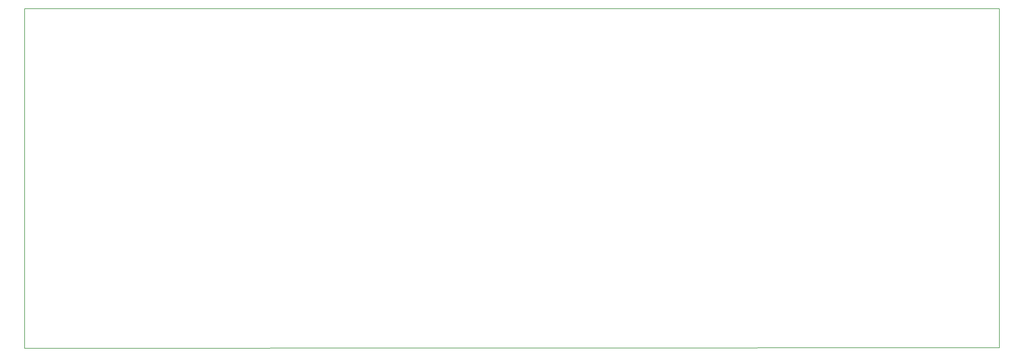
<source format=gm1>
G04 #@! TF.GenerationSoftware,KiCad,Pcbnew,5.0.1*
G04 #@! TF.CreationDate,2018-12-19T22:22:27+02:00*
G04 #@! TF.ProjectId,OH60,4F4836302E6B696361645F7063620000,rev?*
G04 #@! TF.SameCoordinates,Original*
G04 #@! TF.FileFunction,Profile,NP*
%FSLAX46Y46*%
G04 Gerber Fmt 4.6, Leading zero omitted, Abs format (unit mm)*
G04 Created by KiCad (PCBNEW 5.0.1) date Wed 19 Dec 2018 22:22:27 SAST*
%MOMM*%
%LPD*%
G01*
G04 APERTURE LIST*
%ADD10C,0.150000*%
G04 APERTURE END LIST*
D10*
X30861000Y-126873000D02*
X30861000Y-125603000D01*
X315849000Y-126746000D02*
X30861000Y-126873000D01*
X315849000Y-27559000D02*
X315849000Y-126746000D01*
X30861000Y-30226000D02*
X30861000Y-125603000D01*
X30861000Y-27559000D02*
X30861000Y-30226000D01*
X180721000Y-27559000D02*
X315849000Y-27559000D01*
X180721000Y-27559000D02*
X30861000Y-27559000D01*
M02*

</source>
